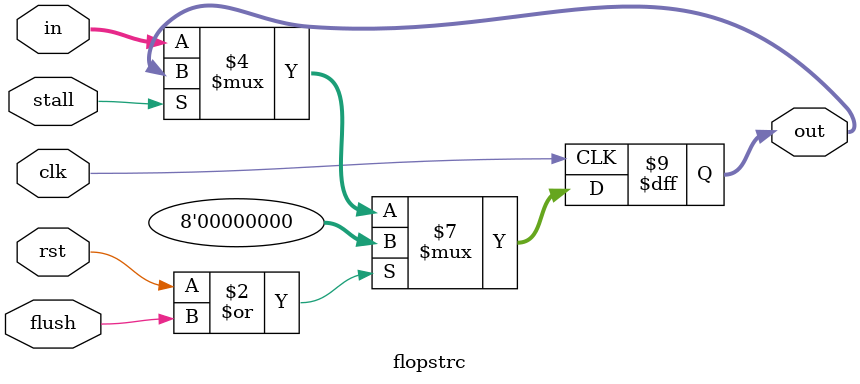
<source format=sv>
`timescale 1ns / 1ps
module flopstrc #(parameter WIDTH = 8)(
	input wire clk,rst,stall,flush,
	input wire[WIDTH-1:0] in,
	output reg[WIDTH-1:0] out
    );
	always @(posedge clk) begin
		if(rst | flush) begin
			out <= 0;
		end else if(~stall) begin
			/* code */
			out <= in;
		end
	end
endmodule
</source>
